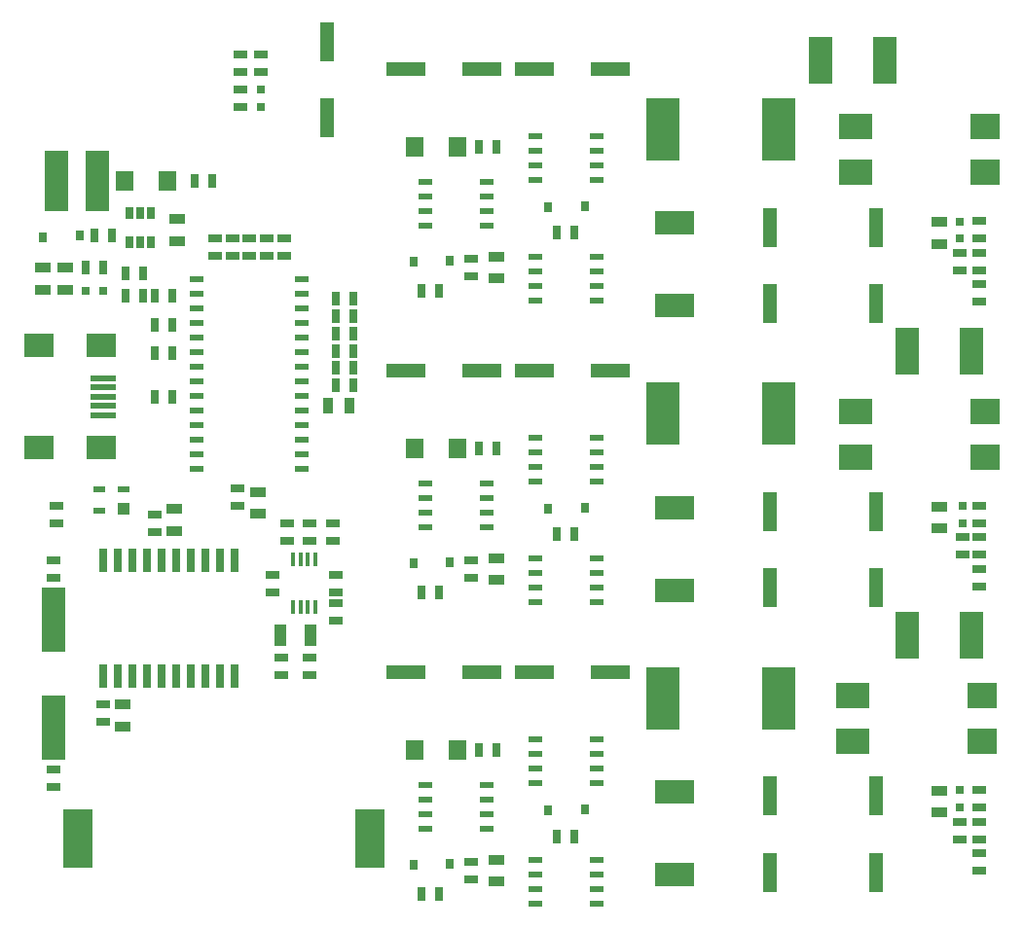
<source format=gtp>
G04 (created by PCBNEW (2013-04-21 BZR 4107)-testing) date Thursday, 13 June 2013 16:51:55*
%MOIN*%
G04 Gerber Fmt 3.4, Leading zero omitted, Abs format*
%FSLAX34Y34*%
G01*
G70*
G90*
G04 APERTURE LIST*
%ADD10C,2.3622e-06*%
%ADD11R,0.05X0.02*%
%ADD12R,0.0597X0.0707*%
%ADD13R,0.114X0.2125*%
%ADD14R,0.1141X0.2125*%
%ADD15R,0.045X0.02*%
%ADD16R,0.055X0.035*%
%ADD17R,0.035X0.055*%
%ADD18R,0.025X0.045*%
%ADD19R,0.045X0.025*%
%ADD20R,0.1377X0.0787*%
%ADD21R,0.0314X0.0354*%
%ADD22R,0.1337X0.0472*%
%ADD23R,0.0472X0.1337*%
%ADD24R,0.0276X0.0394*%
%ADD25R,0.0984X0.2007*%
%ADD26R,0.0314X0.0314*%
%ADD27R,0.08X0.16*%
%ADD28R,0.0433X0.0748*%
%ADD29R,0.0394X0.0394*%
%ADD30R,0.0394X0.0236*%
%ADD31R,0.026X0.08*%
%ADD32R,0.08X0.22*%
%ADD33R,0.0787402X0.208661*%
%ADD34R,0.0157X0.0472*%
%ADD35R,0.102362X0.0866142*%
%ADD36R,0.11811X0.0866142*%
%ADD37R,0.0885827X0.019685*%
%ADD38R,0.0984252X0.0787402*%
G04 APERTURE END LIST*
G54D10*
G54D11*
X67983Y-56395D03*
X67983Y-56895D03*
X67983Y-57395D03*
X67983Y-57895D03*
X67983Y-58395D03*
X67983Y-58895D03*
X67983Y-59395D03*
X67983Y-59895D03*
X67983Y-60395D03*
X67983Y-60895D03*
X67983Y-61395D03*
X67983Y-61895D03*
X67983Y-62395D03*
X67983Y-62895D03*
X71583Y-62895D03*
X71583Y-62395D03*
X71583Y-61895D03*
X71583Y-61395D03*
X71583Y-60895D03*
X71583Y-60395D03*
X71583Y-59895D03*
X71583Y-59395D03*
X71583Y-58895D03*
X71583Y-58395D03*
X71583Y-57895D03*
X71583Y-57395D03*
X71583Y-56895D03*
X71583Y-56395D03*
G54D12*
X76921Y-72539D03*
X75441Y-72539D03*
X76921Y-51870D03*
X75441Y-51870D03*
X76921Y-62204D03*
X75441Y-62204D03*
G54D13*
X87894Y-51279D03*
G54D14*
X83957Y-51280D03*
G54D13*
X87894Y-61023D03*
G54D14*
X83957Y-61024D03*
G54D13*
X87894Y-70767D03*
G54D14*
X83957Y-70768D03*
G54D15*
X75820Y-54588D03*
X77920Y-54588D03*
X75820Y-54088D03*
X75820Y-53588D03*
X75820Y-53088D03*
X77920Y-54088D03*
X77920Y-53588D03*
X77920Y-53088D03*
X75820Y-75257D03*
X77920Y-75257D03*
X75820Y-74757D03*
X75820Y-74257D03*
X75820Y-73757D03*
X77920Y-74757D03*
X77920Y-74257D03*
X77920Y-73757D03*
X75820Y-64923D03*
X77920Y-64923D03*
X75820Y-64423D03*
X75820Y-63923D03*
X75820Y-63423D03*
X77920Y-64423D03*
X77920Y-63923D03*
X77920Y-63423D03*
G54D16*
X78248Y-66713D03*
X78248Y-65963D03*
G54D17*
X72459Y-60728D03*
X73209Y-60728D03*
G54D16*
X70078Y-63699D03*
X70078Y-64449D03*
X93405Y-64941D03*
X93405Y-64191D03*
X78248Y-77048D03*
X78248Y-76298D03*
X78248Y-56378D03*
X78248Y-55628D03*
X93405Y-55197D03*
X93405Y-54447D03*
G54D18*
X80310Y-65157D03*
X80910Y-65157D03*
G54D19*
X77362Y-56303D03*
X77362Y-55703D03*
G54D18*
X77652Y-62204D03*
X78252Y-62204D03*
G54D19*
X70964Y-55614D03*
X70964Y-55014D03*
X94783Y-76077D03*
X94783Y-76677D03*
X69488Y-50496D03*
X69488Y-49896D03*
X69488Y-49315D03*
X69488Y-48715D03*
X94783Y-56589D03*
X94783Y-57189D03*
G54D18*
X73331Y-57677D03*
X72731Y-57677D03*
X73331Y-57086D03*
X72731Y-57086D03*
G54D19*
X94783Y-54424D03*
X94783Y-55024D03*
X94783Y-55507D03*
X94783Y-56107D03*
G54D18*
X75684Y-56791D03*
X76284Y-56791D03*
X80310Y-54822D03*
X80910Y-54822D03*
X77652Y-51870D03*
X78252Y-51870D03*
G54D19*
X77362Y-66638D03*
X77362Y-66038D03*
X77362Y-76973D03*
X77362Y-76373D03*
G54D18*
X80310Y-75492D03*
X80910Y-75492D03*
X75684Y-77460D03*
X76284Y-77460D03*
X75684Y-67125D03*
X76284Y-67125D03*
G54D19*
X94783Y-74995D03*
X94783Y-75595D03*
X68602Y-55014D03*
X68602Y-55614D03*
X94783Y-73912D03*
X94783Y-74512D03*
X69783Y-55614D03*
X69783Y-55014D03*
X69192Y-55014D03*
X69192Y-55614D03*
X70374Y-55614D03*
X70374Y-55014D03*
G54D18*
X73331Y-59448D03*
X72731Y-59448D03*
X73331Y-60039D03*
X72731Y-60039D03*
G54D19*
X94783Y-66333D03*
X94783Y-66933D03*
G54D18*
X73331Y-58858D03*
X72731Y-58858D03*
X73331Y-58267D03*
X72731Y-58267D03*
G54D19*
X94783Y-64168D03*
X94783Y-64768D03*
X94783Y-65251D03*
X94783Y-65851D03*
G54D20*
X84350Y-73976D03*
X84350Y-76810D03*
X84350Y-54488D03*
X84350Y-57322D03*
X84350Y-64232D03*
X84350Y-67066D03*
G54D21*
X75393Y-55807D03*
X76653Y-55768D03*
X80019Y-74606D03*
X81279Y-74567D03*
X80019Y-53937D03*
X81279Y-53898D03*
X75393Y-66141D03*
X76653Y-66102D03*
X80019Y-64271D03*
X81279Y-64232D03*
X75393Y-76476D03*
X76653Y-76437D03*
G54D22*
X75139Y-69881D03*
X77756Y-69881D03*
X82144Y-69881D03*
X79527Y-69881D03*
X75139Y-49212D03*
X77756Y-49212D03*
G54D23*
X87598Y-66986D03*
X87598Y-64369D03*
X91240Y-66986D03*
X91240Y-64369D03*
G54D22*
X75139Y-59547D03*
X77756Y-59547D03*
G54D23*
X87598Y-76730D03*
X87598Y-74113D03*
X91240Y-57242D03*
X91240Y-54625D03*
X87598Y-57242D03*
X87598Y-54625D03*
G54D15*
X79560Y-63348D03*
X81660Y-63348D03*
X79560Y-62848D03*
X79560Y-62348D03*
X79560Y-61848D03*
X81660Y-62848D03*
X81660Y-62348D03*
X81660Y-61848D03*
X81660Y-65982D03*
X79560Y-65982D03*
X81660Y-66482D03*
X81660Y-66982D03*
X81660Y-67482D03*
X79560Y-66482D03*
X79560Y-66982D03*
X79560Y-67482D03*
X79560Y-73683D03*
X81660Y-73683D03*
X79560Y-73183D03*
X79560Y-72683D03*
X79560Y-72183D03*
X81660Y-73183D03*
X81660Y-72683D03*
X81660Y-72183D03*
X81660Y-76316D03*
X79560Y-76316D03*
X81660Y-76816D03*
X81660Y-77316D03*
X81660Y-77816D03*
X79560Y-76816D03*
X79560Y-77316D03*
X79560Y-77816D03*
X81660Y-55647D03*
X79560Y-55647D03*
X81660Y-56147D03*
X81660Y-56647D03*
X81660Y-57147D03*
X79560Y-56147D03*
X79560Y-56647D03*
X79560Y-57147D03*
X79560Y-53013D03*
X81660Y-53013D03*
X79560Y-52513D03*
X79560Y-52013D03*
X79560Y-51513D03*
X81660Y-52513D03*
X81660Y-52013D03*
X81660Y-51513D03*
G54D22*
X82144Y-59547D03*
X79527Y-59547D03*
X82144Y-49212D03*
X79527Y-49212D03*
G54D23*
X72440Y-48269D03*
X72440Y-50886D03*
G54D18*
X77652Y-72539D03*
X78252Y-72539D03*
G54D23*
X91240Y-76730D03*
X91240Y-74113D03*
G54D24*
X65668Y-54125D03*
X66043Y-54125D03*
X66418Y-54125D03*
X66418Y-55125D03*
X66043Y-55125D03*
X65668Y-55125D03*
G54D21*
X63976Y-54921D03*
X62716Y-54960D03*
G54D16*
X62696Y-56022D03*
X62696Y-56772D03*
X63484Y-56022D03*
X63484Y-56772D03*
X67322Y-54349D03*
X67322Y-55099D03*
G54D18*
X68508Y-53051D03*
X67908Y-53051D03*
X64768Y-56003D03*
X64168Y-56003D03*
X66146Y-56200D03*
X65546Y-56200D03*
X64463Y-54921D03*
X65063Y-54921D03*
G54D19*
X72637Y-65359D03*
X72637Y-64759D03*
X71850Y-65359D03*
X71850Y-64759D03*
X71062Y-65359D03*
X71062Y-64759D03*
X70570Y-67130D03*
X70570Y-66530D03*
X72736Y-66530D03*
X72736Y-67130D03*
X72736Y-68114D03*
X72736Y-67514D03*
X63090Y-66038D03*
X63090Y-66638D03*
X63188Y-64168D03*
X63188Y-64768D03*
G54D25*
X73897Y-75590D03*
X63897Y-75590D03*
G54D12*
X65500Y-53051D03*
X66980Y-53051D03*
G54D19*
X70866Y-69985D03*
X70866Y-69385D03*
X94192Y-65851D03*
X94192Y-65251D03*
X94094Y-56107D03*
X94094Y-55507D03*
X71850Y-69985D03*
X71850Y-69385D03*
X69389Y-64177D03*
X69389Y-63577D03*
G54D18*
X66146Y-56988D03*
X65546Y-56988D03*
G54D19*
X70177Y-48715D03*
X70177Y-49315D03*
X94094Y-75595D03*
X94094Y-74995D03*
X63090Y-73823D03*
X63090Y-73223D03*
G54D26*
X70177Y-50491D03*
X70177Y-49901D03*
X64173Y-56791D03*
X64763Y-56791D03*
X94094Y-54429D03*
X94094Y-55019D03*
X94192Y-64173D03*
X94192Y-64763D03*
X94094Y-73917D03*
X94094Y-74507D03*
G54D27*
X92305Y-68602D03*
X94505Y-68602D03*
X92305Y-58858D03*
X94505Y-58858D03*
X89352Y-48917D03*
X91552Y-48917D03*
G54D28*
X71870Y-68601D03*
X70846Y-68601D03*
G54D29*
X65475Y-64272D03*
G54D30*
X64643Y-63601D03*
X65475Y-63601D03*
X64643Y-64351D03*
G54D31*
X64777Y-69991D03*
X65277Y-69991D03*
X65777Y-69991D03*
X66277Y-69991D03*
X66777Y-69991D03*
X67277Y-69991D03*
X67777Y-69991D03*
X68277Y-69991D03*
X68777Y-69991D03*
X69277Y-69991D03*
X69277Y-66031D03*
X68777Y-66031D03*
X68277Y-66031D03*
X67777Y-66031D03*
X67277Y-66031D03*
X66777Y-66031D03*
X66277Y-66031D03*
X65777Y-66031D03*
X65277Y-66031D03*
X64777Y-66031D03*
G54D18*
X66530Y-56988D03*
X67130Y-56988D03*
X66530Y-57972D03*
X67130Y-57972D03*
X66530Y-58956D03*
X67130Y-58956D03*
X66530Y-60433D03*
X67130Y-60433D03*
G54D32*
X63090Y-68080D03*
X63090Y-71780D03*
G54D33*
X64566Y-53051D03*
X63188Y-53051D03*
G54D34*
X71270Y-67637D03*
X71526Y-67637D03*
X71780Y-67637D03*
X72036Y-67637D03*
X72036Y-66023D03*
X71780Y-66023D03*
X71526Y-66023D03*
X71270Y-66023D03*
G54D35*
X94960Y-52755D03*
X94960Y-51181D03*
G54D36*
X90551Y-52755D03*
X90551Y-51181D03*
G54D35*
X94862Y-72244D03*
X94862Y-70669D03*
G54D36*
X90452Y-72244D03*
X90452Y-70669D03*
G54D35*
X94960Y-62500D03*
X94960Y-60925D03*
G54D36*
X90551Y-62500D03*
X90551Y-60925D03*
G54D37*
X64763Y-60433D03*
X64763Y-60118D03*
X64763Y-61062D03*
X64763Y-60748D03*
X64763Y-59803D03*
G54D38*
X62568Y-62185D03*
X62568Y-58681D03*
X64714Y-62185D03*
X64714Y-58681D03*
G54D16*
X93405Y-74686D03*
X93405Y-73936D03*
X65452Y-70983D03*
X65452Y-71733D03*
X67224Y-65040D03*
X67224Y-64290D03*
G54D19*
X66535Y-64463D03*
X66535Y-65063D03*
X64763Y-71559D03*
X64763Y-70959D03*
M02*

</source>
